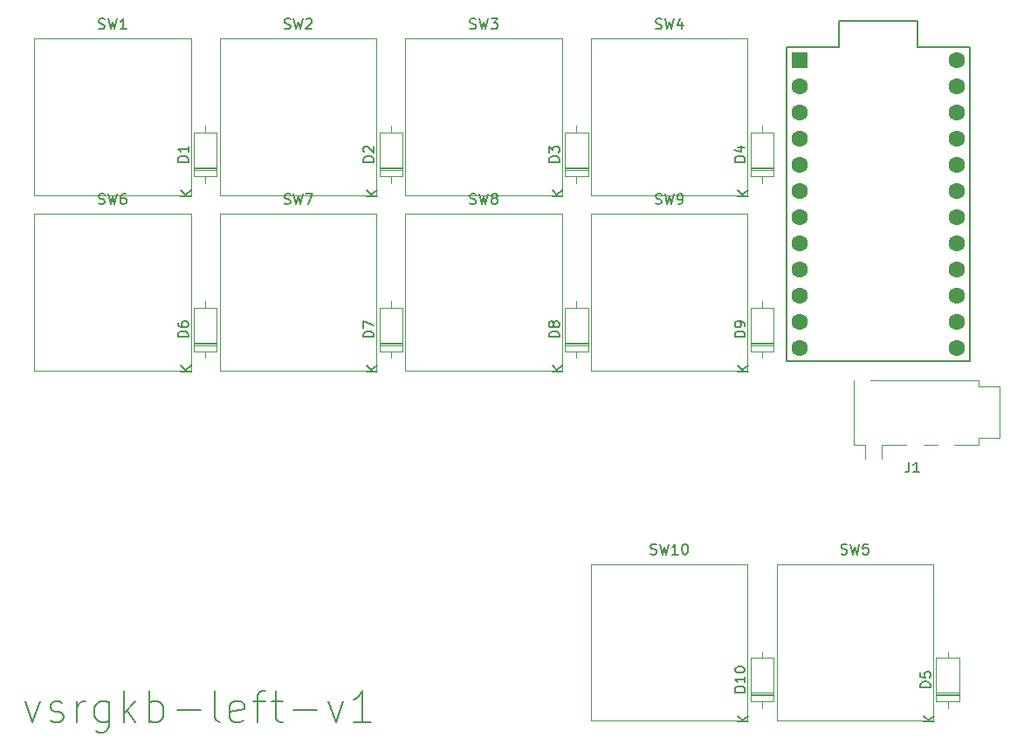
<source format=gbr>
%TF.GenerationSoftware,KiCad,Pcbnew,(6.0.9)*%
%TF.CreationDate,2022-12-21T17:39:14+05:00*%
%TF.ProjectId,vsrgkb-left,76737267-6b62-42d6-9c65-66742e6b6963,rev?*%
%TF.SameCoordinates,Original*%
%TF.FileFunction,Legend,Top*%
%TF.FilePolarity,Positive*%
%FSLAX46Y46*%
G04 Gerber Fmt 4.6, Leading zero omitted, Abs format (unit mm)*
G04 Created by KiCad (PCBNEW (6.0.9)) date 2022-12-21 17:39:14*
%MOMM*%
%LPD*%
G01*
G04 APERTURE LIST*
%ADD10C,0.150000*%
%ADD11C,0.120000*%
%ADD12R,1.600000X1.600000*%
%ADD13C,1.600000*%
G04 APERTURE END LIST*
D10*
X61276071Y-111982142D02*
X61990357Y-113982142D01*
X62704642Y-111982142D01*
X63704642Y-113839285D02*
X63990357Y-113982142D01*
X64561785Y-113982142D01*
X64847500Y-113839285D01*
X64990357Y-113553571D01*
X64990357Y-113410714D01*
X64847500Y-113125000D01*
X64561785Y-112982142D01*
X64133214Y-112982142D01*
X63847500Y-112839285D01*
X63704642Y-112553571D01*
X63704642Y-112410714D01*
X63847500Y-112125000D01*
X64133214Y-111982142D01*
X64561785Y-111982142D01*
X64847500Y-112125000D01*
X66276071Y-113982142D02*
X66276071Y-111982142D01*
X66276071Y-112553571D02*
X66418928Y-112267857D01*
X66561785Y-112125000D01*
X66847500Y-111982142D01*
X67133214Y-111982142D01*
X69418928Y-111982142D02*
X69418928Y-114410714D01*
X69276071Y-114696428D01*
X69133214Y-114839285D01*
X68847500Y-114982142D01*
X68418928Y-114982142D01*
X68133214Y-114839285D01*
X69418928Y-113839285D02*
X69133214Y-113982142D01*
X68561785Y-113982142D01*
X68276071Y-113839285D01*
X68133214Y-113696428D01*
X67990357Y-113410714D01*
X67990357Y-112553571D01*
X68133214Y-112267857D01*
X68276071Y-112125000D01*
X68561785Y-111982142D01*
X69133214Y-111982142D01*
X69418928Y-112125000D01*
X70847500Y-113982142D02*
X70847500Y-110982142D01*
X71133214Y-112839285D02*
X71990357Y-113982142D01*
X71990357Y-111982142D02*
X70847500Y-113125000D01*
X73276071Y-113982142D02*
X73276071Y-110982142D01*
X73276071Y-112125000D02*
X73561785Y-111982142D01*
X74133214Y-111982142D01*
X74418928Y-112125000D01*
X74561785Y-112267857D01*
X74704642Y-112553571D01*
X74704642Y-113410714D01*
X74561785Y-113696428D01*
X74418928Y-113839285D01*
X74133214Y-113982142D01*
X73561785Y-113982142D01*
X73276071Y-113839285D01*
X75990357Y-112839285D02*
X78276071Y-112839285D01*
X80133214Y-113982142D02*
X79847500Y-113839285D01*
X79704642Y-113553571D01*
X79704642Y-110982142D01*
X82418928Y-113839285D02*
X82133214Y-113982142D01*
X81561785Y-113982142D01*
X81276071Y-113839285D01*
X81133214Y-113553571D01*
X81133214Y-112410714D01*
X81276071Y-112125000D01*
X81561785Y-111982142D01*
X82133214Y-111982142D01*
X82418928Y-112125000D01*
X82561785Y-112410714D01*
X82561785Y-112696428D01*
X81133214Y-112982142D01*
X83418928Y-111982142D02*
X84561785Y-111982142D01*
X83847500Y-113982142D02*
X83847500Y-111410714D01*
X83990357Y-111125000D01*
X84276071Y-110982142D01*
X84561785Y-110982142D01*
X85133214Y-111982142D02*
X86276071Y-111982142D01*
X85561785Y-110982142D02*
X85561785Y-113553571D01*
X85704642Y-113839285D01*
X85990357Y-113982142D01*
X86276071Y-113982142D01*
X87276071Y-112839285D02*
X89561785Y-112839285D01*
X90704642Y-111982142D02*
X91418928Y-113982142D01*
X92133214Y-111982142D01*
X94847500Y-113982142D02*
X93133214Y-113982142D01*
X93990357Y-113982142D02*
X93990357Y-110982142D01*
X93704642Y-111410714D01*
X93418928Y-111696428D01*
X93133214Y-111839285D01*
%TO.C,D9*%
X131082380Y-76615595D02*
X130082380Y-76615595D01*
X130082380Y-76377500D01*
X130130000Y-76234642D01*
X130225238Y-76139404D01*
X130320476Y-76091785D01*
X130510952Y-76044166D01*
X130653809Y-76044166D01*
X130844285Y-76091785D01*
X130939523Y-76139404D01*
X131034761Y-76234642D01*
X131082380Y-76377500D01*
X131082380Y-76615595D01*
X131082380Y-75567976D02*
X131082380Y-75377500D01*
X131034761Y-75282261D01*
X130987142Y-75234642D01*
X130844285Y-75139404D01*
X130653809Y-75091785D01*
X130272857Y-75091785D01*
X130177619Y-75139404D01*
X130130000Y-75187023D01*
X130082380Y-75282261D01*
X130082380Y-75472738D01*
X130130000Y-75567976D01*
X130177619Y-75615595D01*
X130272857Y-75663214D01*
X130510952Y-75663214D01*
X130606190Y-75615595D01*
X130653809Y-75567976D01*
X130701428Y-75472738D01*
X130701428Y-75282261D01*
X130653809Y-75187023D01*
X130606190Y-75139404D01*
X130510952Y-75091785D01*
X131402380Y-79949404D02*
X130402380Y-79949404D01*
X131402380Y-79377976D02*
X130830952Y-79806547D01*
X130402380Y-79377976D02*
X130973809Y-79949404D01*
%TO.C,SW8*%
X104416666Y-63654761D02*
X104559523Y-63702380D01*
X104797619Y-63702380D01*
X104892857Y-63654761D01*
X104940476Y-63607142D01*
X104988095Y-63511904D01*
X104988095Y-63416666D01*
X104940476Y-63321428D01*
X104892857Y-63273809D01*
X104797619Y-63226190D01*
X104607142Y-63178571D01*
X104511904Y-63130952D01*
X104464285Y-63083333D01*
X104416666Y-62988095D01*
X104416666Y-62892857D01*
X104464285Y-62797619D01*
X104511904Y-62750000D01*
X104607142Y-62702380D01*
X104845238Y-62702380D01*
X104988095Y-62750000D01*
X105321428Y-62702380D02*
X105559523Y-63702380D01*
X105750000Y-62988095D01*
X105940476Y-63702380D01*
X106178571Y-62702380D01*
X106702380Y-63130952D02*
X106607142Y-63083333D01*
X106559523Y-63035714D01*
X106511904Y-62940476D01*
X106511904Y-62892857D01*
X106559523Y-62797619D01*
X106607142Y-62750000D01*
X106702380Y-62702380D01*
X106892857Y-62702380D01*
X106988095Y-62750000D01*
X107035714Y-62797619D01*
X107083333Y-62892857D01*
X107083333Y-62940476D01*
X107035714Y-63035714D01*
X106988095Y-63083333D01*
X106892857Y-63130952D01*
X106702380Y-63130952D01*
X106607142Y-63178571D01*
X106559523Y-63226190D01*
X106511904Y-63321428D01*
X106511904Y-63511904D01*
X106559523Y-63607142D01*
X106607142Y-63654761D01*
X106702380Y-63702380D01*
X106892857Y-63702380D01*
X106988095Y-63654761D01*
X107035714Y-63607142D01*
X107083333Y-63511904D01*
X107083333Y-63321428D01*
X107035714Y-63226190D01*
X106988095Y-63178571D01*
X106892857Y-63130952D01*
%TO.C,SW10*%
X121940476Y-97654761D02*
X122083333Y-97702380D01*
X122321428Y-97702380D01*
X122416666Y-97654761D01*
X122464285Y-97607142D01*
X122511904Y-97511904D01*
X122511904Y-97416666D01*
X122464285Y-97321428D01*
X122416666Y-97273809D01*
X122321428Y-97226190D01*
X122130952Y-97178571D01*
X122035714Y-97130952D01*
X121988095Y-97083333D01*
X121940476Y-96988095D01*
X121940476Y-96892857D01*
X121988095Y-96797619D01*
X122035714Y-96750000D01*
X122130952Y-96702380D01*
X122369047Y-96702380D01*
X122511904Y-96750000D01*
X122845238Y-96702380D02*
X123083333Y-97702380D01*
X123273809Y-96988095D01*
X123464285Y-97702380D01*
X123702380Y-96702380D01*
X124607142Y-97702380D02*
X124035714Y-97702380D01*
X124321428Y-97702380D02*
X124321428Y-96702380D01*
X124226190Y-96845238D01*
X124130952Y-96940476D01*
X124035714Y-96988095D01*
X125226190Y-96702380D02*
X125321428Y-96702380D01*
X125416666Y-96750000D01*
X125464285Y-96797619D01*
X125511904Y-96892857D01*
X125559523Y-97083333D01*
X125559523Y-97321428D01*
X125511904Y-97511904D01*
X125464285Y-97607142D01*
X125416666Y-97654761D01*
X125321428Y-97702380D01*
X125226190Y-97702380D01*
X125130952Y-97654761D01*
X125083333Y-97607142D01*
X125035714Y-97511904D01*
X124988095Y-97321428D01*
X124988095Y-97083333D01*
X125035714Y-96892857D01*
X125083333Y-96797619D01*
X125130952Y-96750000D01*
X125226190Y-96702380D01*
%TO.C,SW4*%
X122416666Y-46654761D02*
X122559523Y-46702380D01*
X122797619Y-46702380D01*
X122892857Y-46654761D01*
X122940476Y-46607142D01*
X122988095Y-46511904D01*
X122988095Y-46416666D01*
X122940476Y-46321428D01*
X122892857Y-46273809D01*
X122797619Y-46226190D01*
X122607142Y-46178571D01*
X122511904Y-46130952D01*
X122464285Y-46083333D01*
X122416666Y-45988095D01*
X122416666Y-45892857D01*
X122464285Y-45797619D01*
X122511904Y-45750000D01*
X122607142Y-45702380D01*
X122845238Y-45702380D01*
X122988095Y-45750000D01*
X123321428Y-45702380D02*
X123559523Y-46702380D01*
X123750000Y-45988095D01*
X123940476Y-46702380D01*
X124178571Y-45702380D01*
X124988095Y-46035714D02*
X124988095Y-46702380D01*
X124750000Y-45654761D02*
X124511904Y-46369047D01*
X125130952Y-46369047D01*
%TO.C,D6*%
X77082380Y-76615595D02*
X76082380Y-76615595D01*
X76082380Y-76377500D01*
X76130000Y-76234642D01*
X76225238Y-76139404D01*
X76320476Y-76091785D01*
X76510952Y-76044166D01*
X76653809Y-76044166D01*
X76844285Y-76091785D01*
X76939523Y-76139404D01*
X77034761Y-76234642D01*
X77082380Y-76377500D01*
X77082380Y-76615595D01*
X76082380Y-75187023D02*
X76082380Y-75377500D01*
X76130000Y-75472738D01*
X76177619Y-75520357D01*
X76320476Y-75615595D01*
X76510952Y-75663214D01*
X76891904Y-75663214D01*
X76987142Y-75615595D01*
X77034761Y-75567976D01*
X77082380Y-75472738D01*
X77082380Y-75282261D01*
X77034761Y-75187023D01*
X76987142Y-75139404D01*
X76891904Y-75091785D01*
X76653809Y-75091785D01*
X76558571Y-75139404D01*
X76510952Y-75187023D01*
X76463333Y-75282261D01*
X76463333Y-75472738D01*
X76510952Y-75567976D01*
X76558571Y-75615595D01*
X76653809Y-75663214D01*
X77402380Y-79949404D02*
X76402380Y-79949404D01*
X77402380Y-79377976D02*
X76830952Y-79806547D01*
X76402380Y-79377976D02*
X76973809Y-79949404D01*
%TO.C,D2*%
X95082380Y-59615595D02*
X94082380Y-59615595D01*
X94082380Y-59377500D01*
X94130000Y-59234642D01*
X94225238Y-59139404D01*
X94320476Y-59091785D01*
X94510952Y-59044166D01*
X94653809Y-59044166D01*
X94844285Y-59091785D01*
X94939523Y-59139404D01*
X95034761Y-59234642D01*
X95082380Y-59377500D01*
X95082380Y-59615595D01*
X94177619Y-58663214D02*
X94130000Y-58615595D01*
X94082380Y-58520357D01*
X94082380Y-58282261D01*
X94130000Y-58187023D01*
X94177619Y-58139404D01*
X94272857Y-58091785D01*
X94368095Y-58091785D01*
X94510952Y-58139404D01*
X95082380Y-58710833D01*
X95082380Y-58091785D01*
X95402380Y-62949404D02*
X94402380Y-62949404D01*
X95402380Y-62377976D02*
X94830952Y-62806547D01*
X94402380Y-62377976D02*
X94973809Y-62949404D01*
%TO.C,D10*%
X131082380Y-111091785D02*
X130082380Y-111091785D01*
X130082380Y-110853690D01*
X130130000Y-110710833D01*
X130225238Y-110615595D01*
X130320476Y-110567976D01*
X130510952Y-110520357D01*
X130653809Y-110520357D01*
X130844285Y-110567976D01*
X130939523Y-110615595D01*
X131034761Y-110710833D01*
X131082380Y-110853690D01*
X131082380Y-111091785D01*
X131082380Y-109567976D02*
X131082380Y-110139404D01*
X131082380Y-109853690D02*
X130082380Y-109853690D01*
X130225238Y-109948928D01*
X130320476Y-110044166D01*
X130368095Y-110139404D01*
X130082380Y-108948928D02*
X130082380Y-108853690D01*
X130130000Y-108758452D01*
X130177619Y-108710833D01*
X130272857Y-108663214D01*
X130463333Y-108615595D01*
X130701428Y-108615595D01*
X130891904Y-108663214D01*
X130987142Y-108710833D01*
X131034761Y-108758452D01*
X131082380Y-108853690D01*
X131082380Y-108948928D01*
X131034761Y-109044166D01*
X130987142Y-109091785D01*
X130891904Y-109139404D01*
X130701428Y-109187023D01*
X130463333Y-109187023D01*
X130272857Y-109139404D01*
X130177619Y-109091785D01*
X130130000Y-109044166D01*
X130082380Y-108948928D01*
X131402380Y-113949404D02*
X130402380Y-113949404D01*
X131402380Y-113377976D02*
X130830952Y-113806547D01*
X130402380Y-113377976D02*
X130973809Y-113949404D01*
%TO.C,SW3*%
X104416666Y-46654761D02*
X104559523Y-46702380D01*
X104797619Y-46702380D01*
X104892857Y-46654761D01*
X104940476Y-46607142D01*
X104988095Y-46511904D01*
X104988095Y-46416666D01*
X104940476Y-46321428D01*
X104892857Y-46273809D01*
X104797619Y-46226190D01*
X104607142Y-46178571D01*
X104511904Y-46130952D01*
X104464285Y-46083333D01*
X104416666Y-45988095D01*
X104416666Y-45892857D01*
X104464285Y-45797619D01*
X104511904Y-45750000D01*
X104607142Y-45702380D01*
X104845238Y-45702380D01*
X104988095Y-45750000D01*
X105321428Y-45702380D02*
X105559523Y-46702380D01*
X105750000Y-45988095D01*
X105940476Y-46702380D01*
X106178571Y-45702380D01*
X106464285Y-45702380D02*
X107083333Y-45702380D01*
X106750000Y-46083333D01*
X106892857Y-46083333D01*
X106988095Y-46130952D01*
X107035714Y-46178571D01*
X107083333Y-46273809D01*
X107083333Y-46511904D01*
X107035714Y-46607142D01*
X106988095Y-46654761D01*
X106892857Y-46702380D01*
X106607142Y-46702380D01*
X106511904Y-46654761D01*
X106464285Y-46607142D01*
%TO.C,SW5*%
X140416666Y-97654761D02*
X140559523Y-97702380D01*
X140797619Y-97702380D01*
X140892857Y-97654761D01*
X140940476Y-97607142D01*
X140988095Y-97511904D01*
X140988095Y-97416666D01*
X140940476Y-97321428D01*
X140892857Y-97273809D01*
X140797619Y-97226190D01*
X140607142Y-97178571D01*
X140511904Y-97130952D01*
X140464285Y-97083333D01*
X140416666Y-96988095D01*
X140416666Y-96892857D01*
X140464285Y-96797619D01*
X140511904Y-96750000D01*
X140607142Y-96702380D01*
X140845238Y-96702380D01*
X140988095Y-96750000D01*
X141321428Y-96702380D02*
X141559523Y-97702380D01*
X141750000Y-96988095D01*
X141940476Y-97702380D01*
X142178571Y-96702380D01*
X143035714Y-96702380D02*
X142559523Y-96702380D01*
X142511904Y-97178571D01*
X142559523Y-97130952D01*
X142654761Y-97083333D01*
X142892857Y-97083333D01*
X142988095Y-97130952D01*
X143035714Y-97178571D01*
X143083333Y-97273809D01*
X143083333Y-97511904D01*
X143035714Y-97607142D01*
X142988095Y-97654761D01*
X142892857Y-97702380D01*
X142654761Y-97702380D01*
X142559523Y-97654761D01*
X142511904Y-97607142D01*
%TO.C,D7*%
X95082380Y-76615595D02*
X94082380Y-76615595D01*
X94082380Y-76377500D01*
X94130000Y-76234642D01*
X94225238Y-76139404D01*
X94320476Y-76091785D01*
X94510952Y-76044166D01*
X94653809Y-76044166D01*
X94844285Y-76091785D01*
X94939523Y-76139404D01*
X95034761Y-76234642D01*
X95082380Y-76377500D01*
X95082380Y-76615595D01*
X94082380Y-75710833D02*
X94082380Y-75044166D01*
X95082380Y-75472738D01*
X95402380Y-79949404D02*
X94402380Y-79949404D01*
X95402380Y-79377976D02*
X94830952Y-79806547D01*
X94402380Y-79377976D02*
X94973809Y-79949404D01*
%TO.C,SW1*%
X68416666Y-46654761D02*
X68559523Y-46702380D01*
X68797619Y-46702380D01*
X68892857Y-46654761D01*
X68940476Y-46607142D01*
X68988095Y-46511904D01*
X68988095Y-46416666D01*
X68940476Y-46321428D01*
X68892857Y-46273809D01*
X68797619Y-46226190D01*
X68607142Y-46178571D01*
X68511904Y-46130952D01*
X68464285Y-46083333D01*
X68416666Y-45988095D01*
X68416666Y-45892857D01*
X68464285Y-45797619D01*
X68511904Y-45750000D01*
X68607142Y-45702380D01*
X68845238Y-45702380D01*
X68988095Y-45750000D01*
X69321428Y-45702380D02*
X69559523Y-46702380D01*
X69750000Y-45988095D01*
X69940476Y-46702380D01*
X70178571Y-45702380D01*
X71083333Y-46702380D02*
X70511904Y-46702380D01*
X70797619Y-46702380D02*
X70797619Y-45702380D01*
X70702380Y-45845238D01*
X70607142Y-45940476D01*
X70511904Y-45988095D01*
%TO.C,SW7*%
X86416666Y-63654761D02*
X86559523Y-63702380D01*
X86797619Y-63702380D01*
X86892857Y-63654761D01*
X86940476Y-63607142D01*
X86988095Y-63511904D01*
X86988095Y-63416666D01*
X86940476Y-63321428D01*
X86892857Y-63273809D01*
X86797619Y-63226190D01*
X86607142Y-63178571D01*
X86511904Y-63130952D01*
X86464285Y-63083333D01*
X86416666Y-62988095D01*
X86416666Y-62892857D01*
X86464285Y-62797619D01*
X86511904Y-62750000D01*
X86607142Y-62702380D01*
X86845238Y-62702380D01*
X86988095Y-62750000D01*
X87321428Y-62702380D02*
X87559523Y-63702380D01*
X87750000Y-62988095D01*
X87940476Y-63702380D01*
X88178571Y-62702380D01*
X88464285Y-62702380D02*
X89130952Y-62702380D01*
X88702380Y-63702380D01*
%TO.C,D4*%
X131082380Y-59615595D02*
X130082380Y-59615595D01*
X130082380Y-59377500D01*
X130130000Y-59234642D01*
X130225238Y-59139404D01*
X130320476Y-59091785D01*
X130510952Y-59044166D01*
X130653809Y-59044166D01*
X130844285Y-59091785D01*
X130939523Y-59139404D01*
X131034761Y-59234642D01*
X131082380Y-59377500D01*
X131082380Y-59615595D01*
X130415714Y-58187023D02*
X131082380Y-58187023D01*
X130034761Y-58425119D02*
X130749047Y-58663214D01*
X130749047Y-58044166D01*
X131402380Y-62949404D02*
X130402380Y-62949404D01*
X131402380Y-62377976D02*
X130830952Y-62806547D01*
X130402380Y-62377976D02*
X130973809Y-62949404D01*
%TO.C,SW2*%
X86416666Y-46654761D02*
X86559523Y-46702380D01*
X86797619Y-46702380D01*
X86892857Y-46654761D01*
X86940476Y-46607142D01*
X86988095Y-46511904D01*
X86988095Y-46416666D01*
X86940476Y-46321428D01*
X86892857Y-46273809D01*
X86797619Y-46226190D01*
X86607142Y-46178571D01*
X86511904Y-46130952D01*
X86464285Y-46083333D01*
X86416666Y-45988095D01*
X86416666Y-45892857D01*
X86464285Y-45797619D01*
X86511904Y-45750000D01*
X86607142Y-45702380D01*
X86845238Y-45702380D01*
X86988095Y-45750000D01*
X87321428Y-45702380D02*
X87559523Y-46702380D01*
X87750000Y-45988095D01*
X87940476Y-46702380D01*
X88178571Y-45702380D01*
X88511904Y-45797619D02*
X88559523Y-45750000D01*
X88654761Y-45702380D01*
X88892857Y-45702380D01*
X88988095Y-45750000D01*
X89035714Y-45797619D01*
X89083333Y-45892857D01*
X89083333Y-45988095D01*
X89035714Y-46130952D01*
X88464285Y-46702380D01*
X89083333Y-46702380D01*
%TO.C,J1*%
X146991666Y-88739880D02*
X146991666Y-89454166D01*
X146944047Y-89597023D01*
X146848809Y-89692261D01*
X146705952Y-89739880D01*
X146610714Y-89739880D01*
X147991666Y-89739880D02*
X147420238Y-89739880D01*
X147705952Y-89739880D02*
X147705952Y-88739880D01*
X147610714Y-88882738D01*
X147515476Y-88977976D01*
X147420238Y-89025595D01*
%TO.C,D3*%
X113082380Y-59615595D02*
X112082380Y-59615595D01*
X112082380Y-59377500D01*
X112130000Y-59234642D01*
X112225238Y-59139404D01*
X112320476Y-59091785D01*
X112510952Y-59044166D01*
X112653809Y-59044166D01*
X112844285Y-59091785D01*
X112939523Y-59139404D01*
X113034761Y-59234642D01*
X113082380Y-59377500D01*
X113082380Y-59615595D01*
X112082380Y-58710833D02*
X112082380Y-58091785D01*
X112463333Y-58425119D01*
X112463333Y-58282261D01*
X112510952Y-58187023D01*
X112558571Y-58139404D01*
X112653809Y-58091785D01*
X112891904Y-58091785D01*
X112987142Y-58139404D01*
X113034761Y-58187023D01*
X113082380Y-58282261D01*
X113082380Y-58567976D01*
X113034761Y-58663214D01*
X112987142Y-58710833D01*
X113402380Y-62949404D02*
X112402380Y-62949404D01*
X113402380Y-62377976D02*
X112830952Y-62806547D01*
X112402380Y-62377976D02*
X112973809Y-62949404D01*
%TO.C,D8*%
X113082380Y-76615595D02*
X112082380Y-76615595D01*
X112082380Y-76377500D01*
X112130000Y-76234642D01*
X112225238Y-76139404D01*
X112320476Y-76091785D01*
X112510952Y-76044166D01*
X112653809Y-76044166D01*
X112844285Y-76091785D01*
X112939523Y-76139404D01*
X113034761Y-76234642D01*
X113082380Y-76377500D01*
X113082380Y-76615595D01*
X112510952Y-75472738D02*
X112463333Y-75567976D01*
X112415714Y-75615595D01*
X112320476Y-75663214D01*
X112272857Y-75663214D01*
X112177619Y-75615595D01*
X112130000Y-75567976D01*
X112082380Y-75472738D01*
X112082380Y-75282261D01*
X112130000Y-75187023D01*
X112177619Y-75139404D01*
X112272857Y-75091785D01*
X112320476Y-75091785D01*
X112415714Y-75139404D01*
X112463333Y-75187023D01*
X112510952Y-75282261D01*
X112510952Y-75472738D01*
X112558571Y-75567976D01*
X112606190Y-75615595D01*
X112701428Y-75663214D01*
X112891904Y-75663214D01*
X112987142Y-75615595D01*
X113034761Y-75567976D01*
X113082380Y-75472738D01*
X113082380Y-75282261D01*
X113034761Y-75187023D01*
X112987142Y-75139404D01*
X112891904Y-75091785D01*
X112701428Y-75091785D01*
X112606190Y-75139404D01*
X112558571Y-75187023D01*
X112510952Y-75282261D01*
X113402380Y-79949404D02*
X112402380Y-79949404D01*
X113402380Y-79377976D02*
X112830952Y-79806547D01*
X112402380Y-79377976D02*
X112973809Y-79949404D01*
%TO.C,D1*%
X77082380Y-59615595D02*
X76082380Y-59615595D01*
X76082380Y-59377500D01*
X76130000Y-59234642D01*
X76225238Y-59139404D01*
X76320476Y-59091785D01*
X76510952Y-59044166D01*
X76653809Y-59044166D01*
X76844285Y-59091785D01*
X76939523Y-59139404D01*
X77034761Y-59234642D01*
X77082380Y-59377500D01*
X77082380Y-59615595D01*
X77082380Y-58091785D02*
X77082380Y-58663214D01*
X77082380Y-58377500D02*
X76082380Y-58377500D01*
X76225238Y-58472738D01*
X76320476Y-58567976D01*
X76368095Y-58663214D01*
X77402380Y-62949404D02*
X76402380Y-62949404D01*
X77402380Y-62377976D02*
X76830952Y-62806547D01*
X76402380Y-62377976D02*
X76973809Y-62949404D01*
%TO.C,SW6*%
X68416666Y-63654761D02*
X68559523Y-63702380D01*
X68797619Y-63702380D01*
X68892857Y-63654761D01*
X68940476Y-63607142D01*
X68988095Y-63511904D01*
X68988095Y-63416666D01*
X68940476Y-63321428D01*
X68892857Y-63273809D01*
X68797619Y-63226190D01*
X68607142Y-63178571D01*
X68511904Y-63130952D01*
X68464285Y-63083333D01*
X68416666Y-62988095D01*
X68416666Y-62892857D01*
X68464285Y-62797619D01*
X68511904Y-62750000D01*
X68607142Y-62702380D01*
X68845238Y-62702380D01*
X68988095Y-62750000D01*
X69321428Y-62702380D02*
X69559523Y-63702380D01*
X69750000Y-62988095D01*
X69940476Y-63702380D01*
X70178571Y-62702380D01*
X70988095Y-62702380D02*
X70797619Y-62702380D01*
X70702380Y-62750000D01*
X70654761Y-62797619D01*
X70559523Y-62940476D01*
X70511904Y-63130952D01*
X70511904Y-63511904D01*
X70559523Y-63607142D01*
X70607142Y-63654761D01*
X70702380Y-63702380D01*
X70892857Y-63702380D01*
X70988095Y-63654761D01*
X71035714Y-63607142D01*
X71083333Y-63511904D01*
X71083333Y-63273809D01*
X71035714Y-63178571D01*
X70988095Y-63130952D01*
X70892857Y-63083333D01*
X70702380Y-63083333D01*
X70607142Y-63130952D01*
X70559523Y-63178571D01*
X70511904Y-63273809D01*
%TO.C,D5*%
X149082380Y-110615595D02*
X148082380Y-110615595D01*
X148082380Y-110377500D01*
X148130000Y-110234642D01*
X148225238Y-110139404D01*
X148320476Y-110091785D01*
X148510952Y-110044166D01*
X148653809Y-110044166D01*
X148844285Y-110091785D01*
X148939523Y-110139404D01*
X149034761Y-110234642D01*
X149082380Y-110377500D01*
X149082380Y-110615595D01*
X148082380Y-109139404D02*
X148082380Y-109615595D01*
X148558571Y-109663214D01*
X148510952Y-109615595D01*
X148463333Y-109520357D01*
X148463333Y-109282261D01*
X148510952Y-109187023D01*
X148558571Y-109139404D01*
X148653809Y-109091785D01*
X148891904Y-109091785D01*
X148987142Y-109139404D01*
X149034761Y-109187023D01*
X149082380Y-109282261D01*
X149082380Y-109520357D01*
X149034761Y-109615595D01*
X148987142Y-109663214D01*
X149402380Y-113949404D02*
X148402380Y-113949404D01*
X149402380Y-113377976D02*
X148830952Y-113806547D01*
X148402380Y-113377976D02*
X148973809Y-113949404D01*
%TO.C,SW9*%
X122416666Y-63654761D02*
X122559523Y-63702380D01*
X122797619Y-63702380D01*
X122892857Y-63654761D01*
X122940476Y-63607142D01*
X122988095Y-63511904D01*
X122988095Y-63416666D01*
X122940476Y-63321428D01*
X122892857Y-63273809D01*
X122797619Y-63226190D01*
X122607142Y-63178571D01*
X122511904Y-63130952D01*
X122464285Y-63083333D01*
X122416666Y-62988095D01*
X122416666Y-62892857D01*
X122464285Y-62797619D01*
X122511904Y-62750000D01*
X122607142Y-62702380D01*
X122845238Y-62702380D01*
X122988095Y-62750000D01*
X123321428Y-62702380D02*
X123559523Y-63702380D01*
X123750000Y-62988095D01*
X123940476Y-63702380D01*
X124178571Y-62702380D01*
X124607142Y-63702380D02*
X124797619Y-63702380D01*
X124892857Y-63654761D01*
X124940476Y-63607142D01*
X125035714Y-63464285D01*
X125083333Y-63273809D01*
X125083333Y-62892857D01*
X125035714Y-62797619D01*
X124988095Y-62750000D01*
X124892857Y-62702380D01*
X124702380Y-62702380D01*
X124607142Y-62750000D01*
X124559523Y-62797619D01*
X124511904Y-62892857D01*
X124511904Y-63130952D01*
X124559523Y-63226190D01*
X124607142Y-63273809D01*
X124702380Y-63321428D01*
X124892857Y-63321428D01*
X124988095Y-63273809D01*
X125035714Y-63226190D01*
X125083333Y-63130952D01*
D11*
%TO.C,D9*%
X133870000Y-73757500D02*
X131630000Y-73757500D01*
X132750000Y-78647500D02*
X132750000Y-77997500D01*
X131630000Y-77157500D02*
X133870000Y-77157500D01*
X131630000Y-77997500D02*
X133870000Y-77997500D01*
X131630000Y-73757500D02*
X131630000Y-77997500D01*
X131630000Y-77397500D02*
X133870000Y-77397500D01*
X131630000Y-77277500D02*
X133870000Y-77277500D01*
X132750000Y-73107500D02*
X132750000Y-73757500D01*
X133870000Y-77997500D02*
X133870000Y-73757500D01*
%TO.C,SW8*%
X98150000Y-79850000D02*
X113350000Y-79850000D01*
X98150000Y-64650000D02*
X98150000Y-79850000D01*
X113350000Y-64650000D02*
X98150000Y-64650000D01*
X113350000Y-79850000D02*
X113350000Y-64650000D01*
%TO.C,SW10*%
X131350000Y-113850000D02*
X131350000Y-98650000D01*
X131350000Y-98650000D02*
X116150000Y-98650000D01*
X116150000Y-113850000D02*
X131350000Y-113850000D01*
X116150000Y-98650000D02*
X116150000Y-113850000D01*
%TO.C,SW4*%
X131350000Y-47650000D02*
X116150000Y-47650000D01*
X131350000Y-62850000D02*
X131350000Y-47650000D01*
X116150000Y-47650000D02*
X116150000Y-62850000D01*
X116150000Y-62850000D02*
X131350000Y-62850000D01*
%TO.C,D6*%
X79870000Y-73757500D02*
X77630000Y-73757500D01*
X78750000Y-73107500D02*
X78750000Y-73757500D01*
X79870000Y-77997500D02*
X79870000Y-73757500D01*
X78750000Y-78647500D02*
X78750000Y-77997500D01*
X77630000Y-77397500D02*
X79870000Y-77397500D01*
X77630000Y-77157500D02*
X79870000Y-77157500D01*
X77630000Y-77277500D02*
X79870000Y-77277500D01*
X77630000Y-73757500D02*
X77630000Y-77997500D01*
X77630000Y-77997500D02*
X79870000Y-77997500D01*
%TO.C,D2*%
X95630000Y-60997500D02*
X97870000Y-60997500D01*
X96750000Y-61647500D02*
X96750000Y-60997500D01*
X95630000Y-60397500D02*
X97870000Y-60397500D01*
X97870000Y-60997500D02*
X97870000Y-56757500D01*
X95630000Y-56757500D02*
X95630000Y-60997500D01*
X95630000Y-60277500D02*
X97870000Y-60277500D01*
X97870000Y-56757500D02*
X95630000Y-56757500D01*
X96750000Y-56107500D02*
X96750000Y-56757500D01*
X95630000Y-60157500D02*
X97870000Y-60157500D01*
%TO.C,D10*%
X131630000Y-111397500D02*
X133870000Y-111397500D01*
X133870000Y-111997500D02*
X133870000Y-107757500D01*
X132750000Y-107107500D02*
X132750000Y-107757500D01*
X131630000Y-107757500D02*
X131630000Y-111997500D01*
X132750000Y-112647500D02*
X132750000Y-111997500D01*
X133870000Y-107757500D02*
X131630000Y-107757500D01*
X131630000Y-111157500D02*
X133870000Y-111157500D01*
X131630000Y-111277500D02*
X133870000Y-111277500D01*
X131630000Y-111997500D02*
X133870000Y-111997500D01*
%TO.C,SW3*%
X113350000Y-62850000D02*
X113350000Y-47650000D01*
X113350000Y-47650000D02*
X98150000Y-47650000D01*
X98150000Y-62850000D02*
X113350000Y-62850000D01*
X98150000Y-47650000D02*
X98150000Y-62850000D01*
%TO.C,SW5*%
X134150000Y-98650000D02*
X134150000Y-113850000D01*
X149350000Y-113850000D02*
X149350000Y-98650000D01*
X149350000Y-98650000D02*
X134150000Y-98650000D01*
X134150000Y-113850000D02*
X149350000Y-113850000D01*
%TO.C,D7*%
X95630000Y-77277500D02*
X97870000Y-77277500D01*
X96750000Y-73107500D02*
X96750000Y-73757500D01*
X95630000Y-77997500D02*
X97870000Y-77997500D01*
X95630000Y-77157500D02*
X97870000Y-77157500D01*
X95630000Y-77397500D02*
X97870000Y-77397500D01*
X96750000Y-78647500D02*
X96750000Y-77997500D01*
X97870000Y-77997500D02*
X97870000Y-73757500D01*
X95630000Y-73757500D02*
X95630000Y-77997500D01*
X97870000Y-73757500D02*
X95630000Y-73757500D01*
D10*
%TO.C,U1*%
X140190000Y-48510000D02*
X140190000Y-45970000D01*
X147810000Y-45970000D02*
X147810000Y-48510000D01*
X140190000Y-45970000D02*
X147810000Y-45970000D01*
X147810000Y-48510000D02*
X152890000Y-48510000D01*
X135110000Y-48510000D02*
X140190000Y-48510000D01*
X152890000Y-48510000D02*
X152890000Y-78990000D01*
X135110000Y-48510000D02*
X135110000Y-78990000D01*
X152890000Y-78990000D02*
X135110000Y-78990000D01*
D11*
%TO.C,SW1*%
X62150000Y-62850000D02*
X77350000Y-62850000D01*
X77350000Y-47650000D02*
X62150000Y-47650000D01*
X77350000Y-62850000D02*
X77350000Y-47650000D01*
X62150000Y-47650000D02*
X62150000Y-62850000D01*
%TO.C,SW7*%
X80150000Y-79850000D02*
X95350000Y-79850000D01*
X95350000Y-64650000D02*
X80150000Y-64650000D01*
X95350000Y-79850000D02*
X95350000Y-64650000D01*
X80150000Y-64650000D02*
X80150000Y-79850000D01*
%TO.C,D4*%
X131630000Y-60397500D02*
X133870000Y-60397500D01*
X133870000Y-56757500D02*
X131630000Y-56757500D01*
X131630000Y-56757500D02*
X131630000Y-60997500D01*
X133870000Y-60997500D02*
X133870000Y-56757500D01*
X131630000Y-60997500D02*
X133870000Y-60997500D01*
X131630000Y-60277500D02*
X133870000Y-60277500D01*
X131630000Y-60157500D02*
X133870000Y-60157500D01*
X132750000Y-61647500D02*
X132750000Y-60997500D01*
X132750000Y-56107500D02*
X132750000Y-56757500D01*
%TO.C,SW2*%
X95350000Y-47650000D02*
X80150000Y-47650000D01*
X80150000Y-62850000D02*
X95350000Y-62850000D01*
X95350000Y-62850000D02*
X95350000Y-47650000D01*
X80150000Y-47650000D02*
X80150000Y-62850000D01*
%TO.C,J1*%
X153750000Y-87037500D02*
X153750000Y-86437500D01*
X153750000Y-81437500D02*
X155750000Y-81437500D01*
X142775000Y-87037500D02*
X141650000Y-87037500D01*
X149725000Y-87037500D02*
X148375000Y-87037500D01*
X153750000Y-87037500D02*
X151375000Y-87037500D01*
X142775000Y-87037500D02*
X142775000Y-88437500D01*
X153750000Y-81437500D02*
X153750000Y-80837500D01*
X144325000Y-87037500D02*
X144325000Y-88437500D01*
X153750000Y-86437500D02*
X155750000Y-86437500D01*
X146725000Y-87037500D02*
X144325000Y-87037500D01*
X155750000Y-86437500D02*
X155750000Y-81437500D01*
X141650000Y-80837500D02*
X141650000Y-87037500D01*
X143225000Y-80837500D02*
X153750000Y-80837500D01*
%TO.C,D3*%
X114750000Y-56107500D02*
X114750000Y-56757500D01*
X113630000Y-60277500D02*
X115870000Y-60277500D01*
X113630000Y-56757500D02*
X113630000Y-60997500D01*
X115870000Y-56757500D02*
X113630000Y-56757500D01*
X113630000Y-60157500D02*
X115870000Y-60157500D01*
X113630000Y-60397500D02*
X115870000Y-60397500D01*
X114750000Y-61647500D02*
X114750000Y-60997500D01*
X113630000Y-60997500D02*
X115870000Y-60997500D01*
X115870000Y-60997500D02*
X115870000Y-56757500D01*
%TO.C,D8*%
X113630000Y-77157500D02*
X115870000Y-77157500D01*
X113630000Y-73757500D02*
X113630000Y-77997500D01*
X113630000Y-77397500D02*
X115870000Y-77397500D01*
X114750000Y-73107500D02*
X114750000Y-73757500D01*
X115870000Y-77997500D02*
X115870000Y-73757500D01*
X113630000Y-77277500D02*
X115870000Y-77277500D01*
X115870000Y-73757500D02*
X113630000Y-73757500D01*
X114750000Y-78647500D02*
X114750000Y-77997500D01*
X113630000Y-77997500D02*
X115870000Y-77997500D01*
%TO.C,D1*%
X77630000Y-60157500D02*
X79870000Y-60157500D01*
X77630000Y-56757500D02*
X77630000Y-60997500D01*
X77630000Y-60997500D02*
X79870000Y-60997500D01*
X78750000Y-61647500D02*
X78750000Y-60997500D01*
X79870000Y-60997500D02*
X79870000Y-56757500D01*
X78750000Y-56107500D02*
X78750000Y-56757500D01*
X77630000Y-60397500D02*
X79870000Y-60397500D01*
X77630000Y-60277500D02*
X79870000Y-60277500D01*
X79870000Y-56757500D02*
X77630000Y-56757500D01*
%TO.C,SW6*%
X62150000Y-64650000D02*
X62150000Y-79850000D01*
X77350000Y-79850000D02*
X77350000Y-64650000D01*
X77350000Y-64650000D02*
X62150000Y-64650000D01*
X62150000Y-79850000D02*
X77350000Y-79850000D01*
%TO.C,D5*%
X149630000Y-111997500D02*
X151870000Y-111997500D01*
X149630000Y-107757500D02*
X149630000Y-111997500D01*
X151870000Y-111997500D02*
X151870000Y-107757500D01*
X151870000Y-107757500D02*
X149630000Y-107757500D01*
X150750000Y-107107500D02*
X150750000Y-107757500D01*
X149630000Y-111277500D02*
X151870000Y-111277500D01*
X149630000Y-111397500D02*
X151870000Y-111397500D01*
X150750000Y-112647500D02*
X150750000Y-111997500D01*
X149630000Y-111157500D02*
X151870000Y-111157500D01*
%TO.C,SW9*%
X131350000Y-64650000D02*
X116150000Y-64650000D01*
X116150000Y-64650000D02*
X116150000Y-79850000D01*
X116150000Y-79850000D02*
X131350000Y-79850000D01*
X131350000Y-79850000D02*
X131350000Y-64650000D01*
%TD*%
D12*
%TO.C,U1*%
X136380000Y-49780000D03*
D13*
X136380000Y-52320000D03*
X136380000Y-54860000D03*
X136380000Y-57400000D03*
X136380000Y-59940000D03*
X136380000Y-62480000D03*
X136380000Y-65020000D03*
X136380000Y-67560000D03*
X136380000Y-70100000D03*
X136380000Y-72640000D03*
X136380000Y-75180000D03*
X136380000Y-77720000D03*
X151620000Y-77720000D03*
X151620000Y-75180000D03*
X151620000Y-72640000D03*
X151620000Y-70100000D03*
X151620000Y-67560000D03*
X151620000Y-65020000D03*
X151620000Y-62480000D03*
X151620000Y-59940000D03*
X151620000Y-57400000D03*
X151620000Y-54860000D03*
X151620000Y-52320000D03*
X151620000Y-49780000D03*
%TD*%
M02*

</source>
